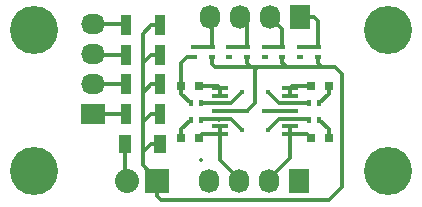
<source format=gtl>
G04 #@! TF.FileFunction,Copper,L1,Top,Signal*
%FSLAX46Y46*%
G04 Gerber Fmt 4.6, Leading zero omitted, Abs format (unit mm)*
G04 Created by KiCad (PCBNEW 4.1.0-alpha+201607140318+6977~46~ubuntu16.04.1-product) date Thu Jul 14 14:59:25 2016*
%MOMM*%
%LPD*%
G01*
G04 APERTURE LIST*
%ADD10C,0.100000*%
%ADD11R,2.032000X2.032000*%
%ADD12O,2.032000X2.032000*%
%ADD13R,0.800000X0.750000*%
%ADD14R,1.000000X1.600000*%
%ADD15R,2.032000X1.727200*%
%ADD16O,2.032000X1.727200*%
%ADD17R,1.727200X2.032000*%
%ADD18O,1.727200X2.032000*%
%ADD19R,0.900000X1.700000*%
%ADD20R,0.600000X0.400000*%
%ADD21R,0.400000X0.600000*%
%ADD22R,1.450000X0.450000*%
%ADD23C,4.064000*%
%ADD24C,0.400000*%
%ADD25C,0.300000*%
G04 APERTURE END LIST*
D10*
D11*
X212400000Y-34800000D03*
D12*
X209860000Y-34800000D03*
D13*
X215950000Y-26750000D03*
X214450000Y-26750000D03*
X215960000Y-31140000D03*
X214460000Y-31140000D03*
X225450000Y-31150000D03*
X226950000Y-31150000D03*
X225450000Y-26750000D03*
X226950000Y-26750000D03*
D14*
X209700000Y-31650000D03*
X212700000Y-31650000D03*
D15*
X206958309Y-29184979D03*
D16*
X206958309Y-26644979D03*
X206958309Y-24104979D03*
X206958309Y-21564979D03*
D17*
X224525326Y-20931954D03*
D18*
X221985326Y-20931954D03*
X219445326Y-20931954D03*
X216905326Y-20931954D03*
D17*
X224430000Y-34800000D03*
D18*
X221890000Y-34800000D03*
X219350000Y-34800000D03*
X216810000Y-34800000D03*
D19*
X212658309Y-21644979D03*
X209758309Y-21644979D03*
X212658309Y-24144979D03*
X209758309Y-24144979D03*
D20*
X217025326Y-24331954D03*
X217025326Y-23431954D03*
X220025326Y-24331954D03*
X220025326Y-23431954D03*
X215525326Y-24331954D03*
X215525326Y-23431954D03*
X218525326Y-24331954D03*
X218525326Y-23431954D03*
D21*
X216150000Y-28250000D03*
X215250000Y-28250000D03*
X216150000Y-29640000D03*
X215250000Y-29640000D03*
D19*
X212658309Y-26644979D03*
X209758309Y-26644979D03*
X212658309Y-29144979D03*
X209758309Y-29144979D03*
D20*
X223025326Y-24331954D03*
X223025326Y-23431954D03*
X226025326Y-24331954D03*
X226025326Y-23431954D03*
X221525326Y-24331954D03*
X221525326Y-23431954D03*
X224525326Y-24331954D03*
X224525326Y-23431954D03*
D21*
X225250000Y-29650000D03*
X226150000Y-29650000D03*
X225250000Y-28250000D03*
X226150000Y-28250000D03*
D22*
X217750000Y-26950000D03*
X217750000Y-27600000D03*
X217750000Y-28250000D03*
X217750000Y-28900000D03*
X217750000Y-29550000D03*
X217750000Y-30200000D03*
X217750000Y-30850000D03*
X223650000Y-30850000D03*
X223650000Y-30200000D03*
X223650000Y-29550000D03*
X223650000Y-28900000D03*
X223650000Y-28250000D03*
X223650000Y-27600000D03*
X223650000Y-26950000D03*
D23*
X202000000Y-34000000D03*
X232000000Y-34000000D03*
X232000000Y-22000000D03*
X202000000Y-22000000D03*
D24*
X219600000Y-30500000D03*
X221500000Y-28900000D03*
X220000000Y-28900000D03*
X219600000Y-27300000D03*
X215950000Y-26750000D03*
X214460000Y-31140000D03*
X218525326Y-24331954D03*
X221800000Y-30500000D03*
X221800000Y-27300000D03*
X226950000Y-31150000D03*
X221525326Y-24331954D03*
X226950000Y-31150000D03*
X225450000Y-26750000D03*
X226950000Y-26750000D03*
X224525326Y-24331954D03*
D25*
X216150000Y-33050000D02*
X216175000Y-33050000D01*
X217750000Y-29550000D02*
X216240000Y-29550000D01*
X216240000Y-29550000D02*
X216150000Y-29640000D01*
X217660000Y-29640000D02*
X217750000Y-29550000D01*
X217750000Y-29550000D02*
X218650000Y-29550000D01*
X218650000Y-29550000D02*
X219600000Y-30500000D01*
X215525326Y-24331954D02*
X214925326Y-24331954D01*
X214925326Y-24331954D02*
X214450000Y-24807280D01*
X214450000Y-24807280D02*
X214450000Y-26750000D01*
X214450000Y-26750000D02*
X214450000Y-27450000D01*
X214450000Y-27450000D02*
X215250000Y-28250000D01*
X209700000Y-31650000D02*
X209700000Y-34640000D01*
X209700000Y-34640000D02*
X209860000Y-34800000D01*
X223650000Y-28900000D02*
X221500000Y-28900000D01*
X217750000Y-28900000D02*
X220000000Y-28900000D01*
X223393372Y-25200000D02*
X220960000Y-25200000D01*
X220960000Y-25200000D02*
X220393372Y-25200000D01*
X220700000Y-28190000D02*
X220700000Y-25460000D01*
X220700000Y-25460000D02*
X220960000Y-25200000D01*
X220000000Y-28890000D02*
X220700000Y-28190000D01*
X220000000Y-28900000D02*
X220000000Y-28890000D01*
X227500000Y-25200000D02*
X226600000Y-25200000D01*
X226025326Y-24331954D02*
X226025326Y-24831954D01*
X226025326Y-24831954D02*
X226393372Y-25200000D01*
X226600000Y-25200000D02*
X223393372Y-25200000D01*
X226393372Y-25200000D02*
X226600000Y-25200000D01*
X228050000Y-25750000D02*
X227500000Y-25200000D01*
X228050000Y-35350000D02*
X228050000Y-25750000D01*
X226950000Y-36450000D02*
X228050000Y-35350000D01*
X212734000Y-36450000D02*
X226950000Y-36450000D01*
X212400000Y-34800000D02*
X212400000Y-36116000D01*
X212400000Y-36116000D02*
X212734000Y-36450000D01*
X217350000Y-25200000D02*
X217025326Y-24875326D01*
X217025326Y-24875326D02*
X217025326Y-24331954D01*
X220393372Y-25200000D02*
X217350000Y-25200000D01*
X220393372Y-25200000D02*
X220025326Y-24831954D01*
X220025326Y-24831954D02*
X220025326Y-24331954D01*
X223393372Y-25200000D02*
X223025326Y-24831954D01*
X223025326Y-24831954D02*
X223025326Y-24331954D01*
X211200000Y-33500000D02*
X211200000Y-32500000D01*
X211200000Y-32500000D02*
X211200000Y-30250000D01*
X212700000Y-31650000D02*
X211900000Y-31650000D01*
X211900000Y-31650000D02*
X211200000Y-32350000D01*
X211200000Y-32350000D02*
X211200000Y-32500000D01*
X211200000Y-30250000D02*
X211200000Y-27600000D01*
X212658309Y-29144979D02*
X211908309Y-29144979D01*
X211908309Y-29144979D02*
X211200000Y-29853288D01*
X211200000Y-29853288D02*
X211200000Y-30250000D01*
X211200000Y-27353288D02*
X211200000Y-27600000D01*
X211200000Y-27600000D02*
X211200000Y-25800000D01*
X212658309Y-26644979D02*
X211908309Y-26644979D01*
X211908309Y-26644979D02*
X211200000Y-27353288D01*
X211200000Y-25800000D02*
X211200000Y-22353288D01*
X212658309Y-24144979D02*
X211908309Y-24144979D01*
X211908309Y-24144979D02*
X211200000Y-24853288D01*
X211200000Y-24853288D02*
X211200000Y-25800000D01*
X212400000Y-34700000D02*
X211200000Y-33500000D01*
X212400000Y-34800000D02*
X212400000Y-34700000D01*
X212658309Y-21644979D02*
X211908309Y-21644979D01*
X211908309Y-21644979D02*
X211200000Y-22353288D01*
X212700000Y-29186670D02*
X212658309Y-29144979D01*
X219600000Y-27300000D02*
X218650000Y-28250000D01*
X218650000Y-28250000D02*
X217750000Y-28250000D01*
X216150000Y-28250000D02*
X217750000Y-28250000D01*
X217750000Y-26950000D02*
X217750000Y-27600000D01*
X215950000Y-26750000D02*
X217550000Y-26750000D01*
X217550000Y-26750000D02*
X217750000Y-26950000D01*
X217750000Y-30850000D02*
X216250000Y-30850000D01*
X216250000Y-30850000D02*
X215960000Y-31140000D01*
X219350000Y-34800000D02*
X219350000Y-34647600D01*
X219350000Y-34647600D02*
X217750000Y-33047600D01*
X217750000Y-33047600D02*
X217750000Y-30850000D01*
X217750000Y-30200000D02*
X217750000Y-30850000D01*
X214460000Y-31140000D02*
X214460000Y-30430000D01*
X214460000Y-30430000D02*
X215250000Y-29640000D01*
X221800000Y-30500000D02*
X222750000Y-29550000D01*
X222750000Y-29550000D02*
X223650000Y-29550000D01*
X223650000Y-29550000D02*
X225150000Y-29550000D01*
X225150000Y-29550000D02*
X225250000Y-29650000D01*
X221800000Y-27300000D02*
X222750000Y-28250000D01*
X222750000Y-28250000D02*
X223650000Y-28250000D01*
X225250000Y-28250000D02*
X223650000Y-28250000D01*
X223650000Y-30850000D02*
X225150000Y-30850000D01*
X225150000Y-30850000D02*
X225450000Y-31150000D01*
X223650000Y-30850000D02*
X223650000Y-32887600D01*
X221890000Y-34647600D02*
X221890000Y-34800000D01*
X223650000Y-32887600D02*
X221890000Y-34647600D01*
X223650000Y-30200000D02*
X223650000Y-30850000D01*
X225450000Y-31150000D02*
X225425000Y-31150000D01*
X226950000Y-31150000D02*
X226950000Y-30450000D01*
X226950000Y-30450000D02*
X226150000Y-29650000D01*
X223650000Y-26950000D02*
X223650000Y-27600000D01*
X225450000Y-26750000D02*
X223850000Y-26750000D01*
X223850000Y-26750000D02*
X223650000Y-26950000D01*
X226950000Y-26750000D02*
X226950000Y-27450000D01*
X226950000Y-27450000D02*
X226150000Y-28250000D01*
X209758309Y-29144979D02*
X206998309Y-29144979D01*
X206998309Y-29144979D02*
X206958309Y-29184979D01*
X209758309Y-26644979D02*
X206958309Y-26644979D01*
X209758309Y-24144979D02*
X206998309Y-24144979D01*
X206998309Y-24144979D02*
X206958309Y-24104979D01*
X206958309Y-21564979D02*
X209678309Y-21564979D01*
X209678309Y-21564979D02*
X209758309Y-21644979D01*
X226025326Y-23431954D02*
X226025326Y-21268354D01*
X226025326Y-21268354D02*
X225688926Y-20931954D01*
X225688926Y-20931954D02*
X224525326Y-20931954D01*
X224525326Y-23431954D02*
X226025326Y-23431954D01*
X223025326Y-23431954D02*
X223025326Y-21971954D01*
X223025326Y-21971954D02*
X221985326Y-20931954D01*
X221525326Y-23431954D02*
X223025326Y-23431954D01*
X220025326Y-23431954D02*
X220025326Y-21511954D01*
X220025326Y-21511954D02*
X219445326Y-20931954D01*
X218525326Y-23431954D02*
X220025326Y-23431954D01*
X217025326Y-23431954D02*
X217025326Y-21051954D01*
X217025326Y-21051954D02*
X216905326Y-20931954D01*
X215525326Y-23431954D02*
X217025326Y-23431954D01*
M02*

</source>
